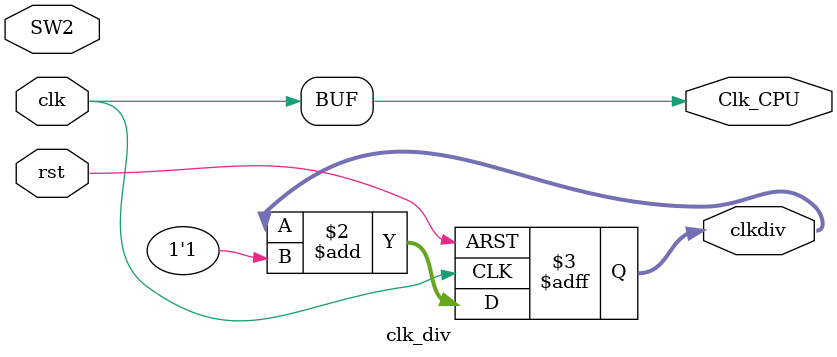
<source format=v>
`timescale 1ns / 1ps
module clk_div(
	input clk,
	input wire rst,
	input wire SW2,
	output reg[31:0] clkdiv,
	output wire Clk_CPU
    );


always @(posedge clk or posedge rst)begin
	if (rst) begin
		clkdiv <= 0;
	end else begin
		clkdiv <= clkdiv + 1'b1;
	end
end

//assign Clk_CPU = SW2?clkdiv[30]:clkdiv[1];

assign Clk_CPU = clk;

endmodule

</source>
